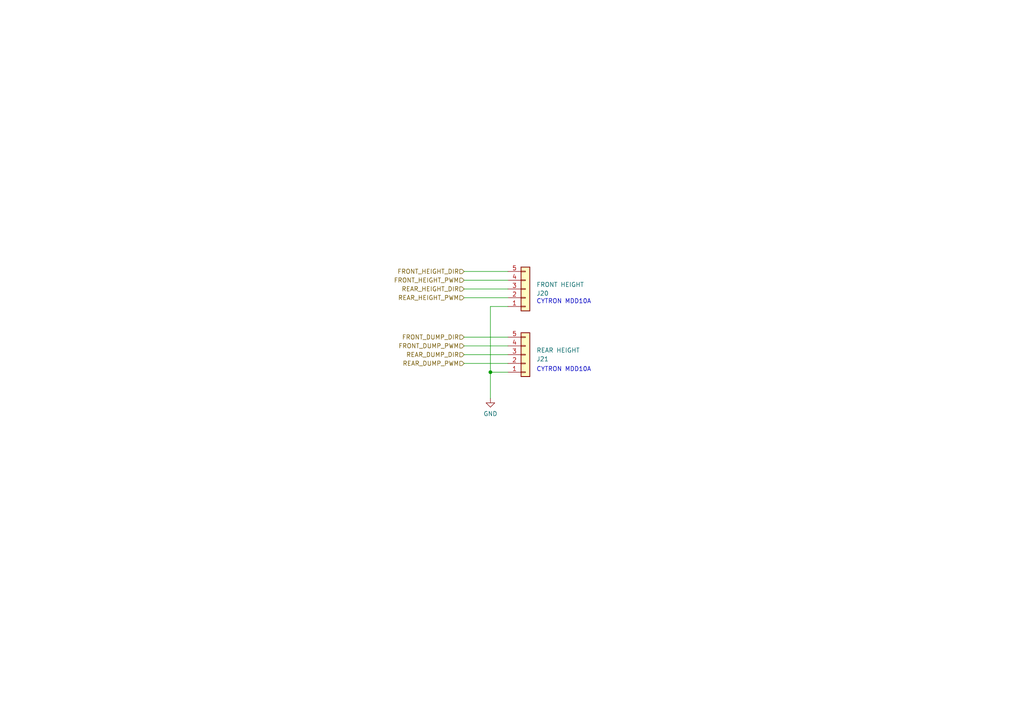
<source format=kicad_sch>
(kicad_sch (version 20230121) (generator eeschema)
  (paper "A4")
  (title_block (title "Tandem Leveller Controller") (date "2025-02-22") (rev "V1.0") (company "(C) andy@britishideas.com 2025") (comment 1 "For personal use only, no commercial use") (comment 2 "Provided as-is, no warranty express or implied. Use at your own risk"))
  (lib_symbols
    (symbol "Connector_Generic:Conn_01x05" (pin_names (offset 1.016) hide)
      (property "Reference" "J" (at 0 7.62 0))
      (property "Value" "Conn_01x05" (at 0 -7.62 0))
      (symbol "Conn_01x05_1_1"
        (rectangle (start -1.27 -4.953) (end 0 -5.207) (stroke (width 0.1524)))
        (rectangle (start -1.27 -2.413) (end 0 -2.667) (stroke (width 0.1524)))
        (rectangle (start -1.27 0.127) (end 0 -0.127) (stroke (width 0.1524)))
        (rectangle (start -1.27 2.667) (end 0 2.413) (stroke (width 0.1524)))
        (rectangle (start -1.27 5.207) (end 0 4.953) (stroke (width 0.1524)))
        (rectangle (start -1.27 6.35) (end 1.27 -6.35) (stroke (width 0.254)) (fill (type background)))
        (pin passive line (at -5.08 5.08 0) (length 3.81) (name "Pin_1") (number "1"))
        (pin passive line (at -5.08 2.54 0) (length 3.81) (name "Pin_2") (number "2"))
        (pin passive line (at -5.08 0 0) (length 3.81) (name "Pin_3") (number "3"))
        (pin passive line (at -5.08 -2.54 0) (length 3.81) (name "Pin_4") (number "4"))
        (pin passive line (at -5.08 -5.08 0) (length 3.81) (name "Pin_5") (number "5"))
      )
    )
    (symbol "power:GND" (power) (pin_names (offset 0))
      (property "Value" "GND" (at 0 -3.81 0))
      (symbol "GND_0_1"
        (polyline (pts (xy 0 0) (xy 0 -1.27) (xy 1.27 -1.27) (xy 0 -2.54) (xy -1.27 -1.27) (xy 0 -1.27)))
      )
      (symbol "GND_1_1"
        (pin power_in line (at 0 0 270) (length 0) hide (name "GND") (number "1"))
      )
    )
  )
  (junction (at 142.24 107.95))
  (wire (pts (xy 142.24 107.95) (xy 142.24 115.57)))
  (wire (pts (xy 134.62 105.41) (xy 147.32 105.41)))
  (wire (pts (xy 142.24 88.9) (xy 142.24 107.95)))
  (wire (pts (xy 134.62 86.36) (xy 147.32 86.36)))
  (wire (pts (xy 147.32 88.9) (xy 142.24 88.9)))
  (wire (pts (xy 134.62 78.74) (xy 147.32 78.74)))
  (wire (pts (xy 134.62 102.87) (xy 147.32 102.87)))
  (wire (pts (xy 134.62 83.82) (xy 147.32 83.82)))
  (wire (pts (xy 147.32 107.95) (xy 142.24 107.95)))
  (wire (pts (xy 134.62 97.79) (xy 147.32 97.79)))
  (wire (pts (xy 134.62 81.28) (xy 147.32 81.28)))
  (wire (pts (xy 134.62 100.33) (xy 147.32 100.33)))
  (text "CYTRON MDD10A" (at 155.575 88.265 0) (effects (font (size 1.27 1.27)) (justify left bottom)))
  (text "CYTRON MDD10A" (at 155.575 107.95 0) (effects (font (size 1.27 1.27)) (justify left bottom)))
  (hierarchical_label "REAR_DUMP_PWM" (shape input) (at 134.62 105.41 180))
  (hierarchical_label "REAR_DUMP_DIR" (shape input) (at 134.62 102.87 180))
  (hierarchical_label "REAR_HEIGHT_DIR" (shape input) (at 134.62 83.82 180))
  (hierarchical_label "FRONT_HEIGHT_PWM" (shape input) (at 134.62 81.28 180))
  (hierarchical_label "FRONT_DUMP_DIR" (shape input) (at 134.62 97.79 180))
  (hierarchical_label "REAR_HEIGHT_PWM" (shape input) (at 134.62 86.36 180))
  (hierarchical_label "FRONT_DUMP_PWM" (shape input) (at 134.62 100.33 180))
  (hierarchical_label "FRONT_HEIGHT_DIR" (shape input) (at 134.62 78.74 180))
  (symbol (lib_id "Connector_Generic:Conn_01x05") (at 152.4 83.82 0) (mirror x) (unit 1)
    (property "Reference" "J20" (at 155.575 85.09 0) (effects (justify left)))
    (property "Value" "FRONT HEIGHT" (at 155.575 82.55 0) (effects (justify left)))
    (property "Footprint" "Connector_JST:JST_PH_B5B-PH-K_1x05_P2.00mm_Vertical" (effects hide))
    (property "manf#" "B5B-PH-K-S" (effects hide))
  )
  (symbol (lib_id "power:GND") (at 142.24 115.57 0) (unit 1)
    (property "Reference" "#PWR083" (effects hide))
    (property "Value" "GND" (at 142.24 120.015 0))
  )
  (symbol (lib_id "Connector_Generic:Conn_01x05") (at 152.4 102.87 0) (mirror x) (unit 1)
    (property "Reference" "J21" (at 155.575 104.14 0) (effects (justify left)))
    (property "Value" "REAR HEIGHT" (at 155.575 101.6 0) (effects (justify left)))
    (property "Footprint" "Connector_JST:JST_PH_B5B-PH-K_1x05_P2.00mm_Vertical" (effects hide))
    (property "manf#" "B5B-PH-K-S" (effects hide))
  )
)
</source>
